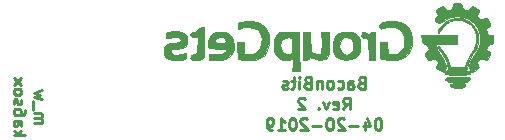
<source format=gbr>
G04 #@! TF.GenerationSoftware,KiCad,Pcbnew,(5.1.0-218-ge90452d)*
G04 #@! TF.CreationDate,2019-04-22T23:25:45-07:00*
G04 #@! TF.ProjectId,baconbits,6261636f-6e62-4697-9473-2e6b69636164,rev?*
G04 #@! TF.SameCoordinates,Original*
G04 #@! TF.FileFunction,Legend,Bot*
G04 #@! TF.FilePolarity,Positive*
%FSLAX46Y46*%
G04 Gerber Fmt 4.6, Leading zero omitted, Abs format (unit mm)*
G04 Created by KiCad (PCBNEW (5.1.0-218-ge90452d)) date 2019-04-22 23:25:45*
%MOMM*%
%LPD*%
G04 APERTURE LIST*
%ADD10C,0.250000*%
%ADD11C,0.010000*%
G04 APERTURE END LIST*
D10*
X123726919Y-106883033D02*
X124393585Y-106883033D01*
X124298347Y-106883033D02*
X124345966Y-106835414D01*
X124393585Y-106740176D01*
X124393585Y-106597319D01*
X124345966Y-106502080D01*
X124250728Y-106454461D01*
X123726919Y-106454461D01*
X124250728Y-106454461D02*
X124345966Y-106406842D01*
X124393585Y-106311604D01*
X124393585Y-106168747D01*
X124345966Y-106073509D01*
X124250728Y-106025890D01*
X123726919Y-106025890D01*
X123631680Y-105787795D02*
X123631680Y-105025890D01*
X124393585Y-104883033D02*
X123726919Y-104692557D01*
X124203109Y-104502080D01*
X123726919Y-104311604D01*
X124393585Y-104121128D01*
X121976919Y-107906842D02*
X122976919Y-107906842D01*
X122357871Y-107811604D02*
X121976919Y-107525890D01*
X122643585Y-107525890D02*
X122262633Y-107906842D01*
X121976919Y-106668747D02*
X122500728Y-106668747D01*
X122595966Y-106716366D01*
X122643585Y-106811604D01*
X122643585Y-107002080D01*
X122595966Y-107097319D01*
X122024538Y-106668747D02*
X121976919Y-106763985D01*
X121976919Y-107002080D01*
X122024538Y-107097319D01*
X122119776Y-107144938D01*
X122215014Y-107144938D01*
X122310252Y-107097319D01*
X122357871Y-107002080D01*
X122357871Y-106763985D01*
X122405490Y-106668747D01*
X122976919Y-105763985D02*
X122976919Y-105954461D01*
X122929300Y-106049700D01*
X122881680Y-106097319D01*
X122738823Y-106192557D01*
X122548347Y-106240176D01*
X122167395Y-106240176D01*
X122072157Y-106192557D01*
X122024538Y-106144938D01*
X121976919Y-106049700D01*
X121976919Y-105859223D01*
X122024538Y-105763985D01*
X122072157Y-105716366D01*
X122167395Y-105668747D01*
X122405490Y-105668747D01*
X122500728Y-105716366D01*
X122548347Y-105763985D01*
X122595966Y-105859223D01*
X122595966Y-106049700D01*
X122548347Y-106144938D01*
X122500728Y-106192557D01*
X122405490Y-106240176D01*
X122024538Y-105287795D02*
X121976919Y-105192557D01*
X121976919Y-105002080D01*
X122024538Y-104906842D01*
X122119776Y-104859223D01*
X122167395Y-104859223D01*
X122262633Y-104906842D01*
X122310252Y-105002080D01*
X122310252Y-105144938D01*
X122357871Y-105240176D01*
X122453109Y-105287795D01*
X122500728Y-105287795D01*
X122595966Y-105240176D01*
X122643585Y-105144938D01*
X122643585Y-105002080D01*
X122595966Y-104906842D01*
X121976919Y-104287795D02*
X122024538Y-104383033D01*
X122072157Y-104430652D01*
X122167395Y-104478271D01*
X122453109Y-104478271D01*
X122548347Y-104430652D01*
X122595966Y-104383033D01*
X122643585Y-104287795D01*
X122643585Y-104144938D01*
X122595966Y-104049700D01*
X122548347Y-104002080D01*
X122453109Y-103954461D01*
X122167395Y-103954461D01*
X122072157Y-104002080D01*
X122024538Y-104049700D01*
X121976919Y-104144938D01*
X121976919Y-104287795D01*
X121976919Y-103621128D02*
X122643585Y-103097319D01*
X122643585Y-103621128D02*
X121976919Y-103097319D01*
X151415357Y-103448871D02*
X151272500Y-103496490D01*
X151224880Y-103544109D01*
X151177261Y-103639347D01*
X151177261Y-103782204D01*
X151224880Y-103877442D01*
X151272500Y-103925061D01*
X151367738Y-103972680D01*
X151748690Y-103972680D01*
X151748690Y-102972680D01*
X151415357Y-102972680D01*
X151320119Y-103020300D01*
X151272500Y-103067919D01*
X151224880Y-103163157D01*
X151224880Y-103258395D01*
X151272500Y-103353633D01*
X151320119Y-103401252D01*
X151415357Y-103448871D01*
X151748690Y-103448871D01*
X150320119Y-103972680D02*
X150320119Y-103448871D01*
X150367738Y-103353633D01*
X150462976Y-103306014D01*
X150653452Y-103306014D01*
X150748690Y-103353633D01*
X150320119Y-103925061D02*
X150415357Y-103972680D01*
X150653452Y-103972680D01*
X150748690Y-103925061D01*
X150796309Y-103829823D01*
X150796309Y-103734585D01*
X150748690Y-103639347D01*
X150653452Y-103591728D01*
X150415357Y-103591728D01*
X150320119Y-103544109D01*
X149415357Y-103925061D02*
X149510595Y-103972680D01*
X149701071Y-103972680D01*
X149796309Y-103925061D01*
X149843928Y-103877442D01*
X149891547Y-103782204D01*
X149891547Y-103496490D01*
X149843928Y-103401252D01*
X149796309Y-103353633D01*
X149701071Y-103306014D01*
X149510595Y-103306014D01*
X149415357Y-103353633D01*
X148843928Y-103972680D02*
X148939166Y-103925061D01*
X148986785Y-103877442D01*
X149034404Y-103782204D01*
X149034404Y-103496490D01*
X148986785Y-103401252D01*
X148939166Y-103353633D01*
X148843928Y-103306014D01*
X148701071Y-103306014D01*
X148605833Y-103353633D01*
X148558214Y-103401252D01*
X148510595Y-103496490D01*
X148510595Y-103782204D01*
X148558214Y-103877442D01*
X148605833Y-103925061D01*
X148701071Y-103972680D01*
X148843928Y-103972680D01*
X148082023Y-103306014D02*
X148082023Y-103972680D01*
X148082023Y-103401252D02*
X148034404Y-103353633D01*
X147939166Y-103306014D01*
X147796309Y-103306014D01*
X147701071Y-103353633D01*
X147653452Y-103448871D01*
X147653452Y-103972680D01*
X146843928Y-103448871D02*
X146701071Y-103496490D01*
X146653452Y-103544109D01*
X146605833Y-103639347D01*
X146605833Y-103782204D01*
X146653452Y-103877442D01*
X146701071Y-103925061D01*
X146796309Y-103972680D01*
X147177261Y-103972680D01*
X147177261Y-102972680D01*
X146843928Y-102972680D01*
X146748690Y-103020300D01*
X146701071Y-103067919D01*
X146653452Y-103163157D01*
X146653452Y-103258395D01*
X146701071Y-103353633D01*
X146748690Y-103401252D01*
X146843928Y-103448871D01*
X147177261Y-103448871D01*
X146177261Y-103972680D02*
X146177261Y-103306014D01*
X146177261Y-102972680D02*
X146224880Y-103020300D01*
X146177261Y-103067919D01*
X146129642Y-103020300D01*
X146177261Y-102972680D01*
X146177261Y-103067919D01*
X145843928Y-103306014D02*
X145462976Y-103306014D01*
X145701071Y-102972680D02*
X145701071Y-103829823D01*
X145653452Y-103925061D01*
X145558214Y-103972680D01*
X145462976Y-103972680D01*
X145177261Y-103925061D02*
X145082023Y-103972680D01*
X144891547Y-103972680D01*
X144796309Y-103925061D01*
X144748690Y-103829823D01*
X144748690Y-103782204D01*
X144796309Y-103686966D01*
X144891547Y-103639347D01*
X145034404Y-103639347D01*
X145129642Y-103591728D01*
X145177261Y-103496490D01*
X145177261Y-103448871D01*
X145129642Y-103353633D01*
X145034404Y-103306014D01*
X144891547Y-103306014D01*
X144796309Y-103353633D01*
X149867738Y-105722680D02*
X150201071Y-105246490D01*
X150439166Y-105722680D02*
X150439166Y-104722680D01*
X150058214Y-104722680D01*
X149962976Y-104770300D01*
X149915357Y-104817919D01*
X149867738Y-104913157D01*
X149867738Y-105056014D01*
X149915357Y-105151252D01*
X149962976Y-105198871D01*
X150058214Y-105246490D01*
X150439166Y-105246490D01*
X149058214Y-105675061D02*
X149153452Y-105722680D01*
X149343928Y-105722680D01*
X149439166Y-105675061D01*
X149486785Y-105579823D01*
X149486785Y-105198871D01*
X149439166Y-105103633D01*
X149343928Y-105056014D01*
X149153452Y-105056014D01*
X149058214Y-105103633D01*
X149010595Y-105198871D01*
X149010595Y-105294109D01*
X149486785Y-105389347D01*
X148677261Y-105056014D02*
X148439166Y-105722680D01*
X148201071Y-105056014D01*
X147820119Y-105627442D02*
X147772500Y-105675061D01*
X147820119Y-105722680D01*
X147867738Y-105675061D01*
X147820119Y-105627442D01*
X147820119Y-105722680D01*
X146629642Y-104817919D02*
X146582023Y-104770300D01*
X146486785Y-104722680D01*
X146248690Y-104722680D01*
X146153452Y-104770300D01*
X146105833Y-104817919D01*
X146058214Y-104913157D01*
X146058214Y-105008395D01*
X146105833Y-105151252D01*
X146677261Y-105722680D01*
X146058214Y-105722680D01*
X152891547Y-106472680D02*
X152796309Y-106472680D01*
X152701071Y-106520300D01*
X152653452Y-106567919D01*
X152605833Y-106663157D01*
X152558214Y-106853633D01*
X152558214Y-107091728D01*
X152605833Y-107282204D01*
X152653452Y-107377442D01*
X152701071Y-107425061D01*
X152796309Y-107472680D01*
X152891547Y-107472680D01*
X152986785Y-107425061D01*
X153034404Y-107377442D01*
X153082023Y-107282204D01*
X153129642Y-107091728D01*
X153129642Y-106853633D01*
X153082023Y-106663157D01*
X153034404Y-106567919D01*
X152986785Y-106520300D01*
X152891547Y-106472680D01*
X151701071Y-106806014D02*
X151701071Y-107472680D01*
X151939166Y-106425061D02*
X152177261Y-107139347D01*
X151558214Y-107139347D01*
X151177261Y-107091728D02*
X150415357Y-107091728D01*
X149986785Y-106567919D02*
X149939166Y-106520300D01*
X149843928Y-106472680D01*
X149605833Y-106472680D01*
X149510595Y-106520300D01*
X149462976Y-106567919D01*
X149415357Y-106663157D01*
X149415357Y-106758395D01*
X149462976Y-106901252D01*
X150034404Y-107472680D01*
X149415357Y-107472680D01*
X148796309Y-106472680D02*
X148701071Y-106472680D01*
X148605833Y-106520300D01*
X148558214Y-106567919D01*
X148510595Y-106663157D01*
X148462976Y-106853633D01*
X148462976Y-107091728D01*
X148510595Y-107282204D01*
X148558214Y-107377442D01*
X148605833Y-107425061D01*
X148701071Y-107472680D01*
X148796309Y-107472680D01*
X148891547Y-107425061D01*
X148939166Y-107377442D01*
X148986785Y-107282204D01*
X149034404Y-107091728D01*
X149034404Y-106853633D01*
X148986785Y-106663157D01*
X148939166Y-106567919D01*
X148891547Y-106520300D01*
X148796309Y-106472680D01*
X148034404Y-107091728D02*
X147272500Y-107091728D01*
X146843928Y-106567919D02*
X146796309Y-106520300D01*
X146701071Y-106472680D01*
X146462976Y-106472680D01*
X146367738Y-106520300D01*
X146320119Y-106567919D01*
X146272500Y-106663157D01*
X146272500Y-106758395D01*
X146320119Y-106901252D01*
X146891547Y-107472680D01*
X146272500Y-107472680D01*
X145653452Y-106472680D02*
X145558214Y-106472680D01*
X145462976Y-106520300D01*
X145415357Y-106567919D01*
X145367738Y-106663157D01*
X145320119Y-106853633D01*
X145320119Y-107091728D01*
X145367738Y-107282204D01*
X145415357Y-107377442D01*
X145462976Y-107425061D01*
X145558214Y-107472680D01*
X145653452Y-107472680D01*
X145748690Y-107425061D01*
X145796309Y-107377442D01*
X145843928Y-107282204D01*
X145891547Y-107091728D01*
X145891547Y-106853633D01*
X145843928Y-106663157D01*
X145796309Y-106567919D01*
X145748690Y-106520300D01*
X145653452Y-106472680D01*
X144367738Y-107472680D02*
X144939166Y-107472680D01*
X144653452Y-107472680D02*
X144653452Y-106472680D01*
X144748690Y-106615538D01*
X144843928Y-106710776D01*
X144939166Y-106758395D01*
X143891547Y-107472680D02*
X143701071Y-107472680D01*
X143605833Y-107425061D01*
X143558214Y-107377442D01*
X143462976Y-107234585D01*
X143415357Y-107044109D01*
X143415357Y-106663157D01*
X143462976Y-106567919D01*
X143510595Y-106520300D01*
X143605833Y-106472680D01*
X143796309Y-106472680D01*
X143891547Y-106520300D01*
X143939166Y-106567919D01*
X143986785Y-106663157D01*
X143986785Y-106901252D01*
X143939166Y-106996490D01*
X143891547Y-107044109D01*
X143796309Y-107091728D01*
X143605833Y-107091728D01*
X143510595Y-107044109D01*
X143462976Y-106996490D01*
X143415357Y-106901252D01*
D11*
G36*
X137734609Y-98796517D02*
G01*
X137638366Y-98945700D01*
X137544661Y-99095165D01*
X137379145Y-99152344D01*
X137259462Y-99157367D01*
X137058160Y-99172920D01*
X136975366Y-99243088D01*
X136961033Y-99369033D01*
X136982830Y-99511582D01*
X137081320Y-99570381D01*
X137260791Y-99580700D01*
X137560548Y-99580700D01*
X137511366Y-100977700D01*
X137236200Y-101058709D01*
X137034439Y-101152035D01*
X136963077Y-101293032D01*
X136961033Y-101333875D01*
X136975959Y-101445764D01*
X137048284Y-101503778D01*
X137219325Y-101525326D01*
X137421899Y-101528033D01*
X137710021Y-101515147D01*
X137884503Y-101464949D01*
X137999853Y-101360135D01*
X138014566Y-101339861D01*
X138069641Y-101225304D01*
X138107767Y-101047291D01*
X138131530Y-100778431D01*
X138143513Y-100391333D01*
X138146366Y-99942861D01*
X138146366Y-98734033D01*
X137932604Y-98734033D01*
X137734609Y-98796517D01*
G37*
X137734609Y-98796517D02*
X137638366Y-98945700D01*
X137544661Y-99095165D01*
X137379145Y-99152344D01*
X137259462Y-99157367D01*
X137058160Y-99172920D01*
X136975366Y-99243088D01*
X136961033Y-99369033D01*
X136982830Y-99511582D01*
X137081320Y-99570381D01*
X137260791Y-99580700D01*
X137560548Y-99580700D01*
X137511366Y-100977700D01*
X137236200Y-101058709D01*
X137034439Y-101152035D01*
X136963077Y-101293032D01*
X136961033Y-101333875D01*
X136975959Y-101445764D01*
X137048284Y-101503778D01*
X137219325Y-101525326D01*
X137421899Y-101528033D01*
X137710021Y-101515147D01*
X137884503Y-101464949D01*
X137999853Y-101360135D01*
X138014566Y-101339861D01*
X138069641Y-101225304D01*
X138107767Y-101047291D01*
X138131530Y-100778431D01*
X138143513Y-100391333D01*
X138146366Y-99942861D01*
X138146366Y-98734033D01*
X137932604Y-98734033D01*
X137734609Y-98796517D01*
G36*
X139134409Y-99193310D02*
G01*
X138847924Y-99295340D01*
X138794822Y-99331242D01*
X138596773Y-99572937D01*
X138457536Y-99903744D01*
X138406271Y-100246059D01*
X138413358Y-100346421D01*
X138435090Y-100443848D01*
X138489097Y-100506193D01*
X138608600Y-100542890D01*
X138826819Y-100563376D01*
X139176973Y-100577084D01*
X139231449Y-100578784D01*
X139602498Y-100593761D01*
X139833733Y-100615160D01*
X139954672Y-100649550D01*
X139994836Y-100703500D01*
X139992417Y-100748118D01*
X139886645Y-100887366D01*
X139656999Y-100992727D01*
X139347634Y-101051283D01*
X139002705Y-101050115D01*
X138971866Y-101046693D01*
X138569700Y-100998218D01*
X138569700Y-101528033D01*
X139183533Y-101524719D01*
X139532784Y-101506685D01*
X139852146Y-101462685D01*
X140067054Y-101404110D01*
X140333799Y-101204436D01*
X140518566Y-100900229D01*
X140619325Y-100533064D01*
X140634050Y-100144515D01*
X140598609Y-99966501D01*
X140009033Y-99966501D01*
X139965362Y-100038217D01*
X139814632Y-100076563D01*
X139527263Y-100088653D01*
X139501033Y-100088700D01*
X139230443Y-100075847D01*
X139046993Y-100042269D01*
X138993033Y-100004033D01*
X139059614Y-99861787D01*
X139215606Y-99708237D01*
X139395385Y-99600175D01*
X139482194Y-99580700D01*
X139679943Y-99632682D01*
X139872309Y-99756922D01*
X139994349Y-99905861D01*
X140009033Y-99966501D01*
X140598609Y-99966501D01*
X140560712Y-99776159D01*
X140397282Y-99469570D01*
X140170645Y-99280374D01*
X139862694Y-99183353D01*
X139494974Y-99155157D01*
X139134409Y-99193310D01*
G37*
X139134409Y-99193310D02*
X138847924Y-99295340D01*
X138794822Y-99331242D01*
X138596773Y-99572937D01*
X138457536Y-99903744D01*
X138406271Y-100246059D01*
X138413358Y-100346421D01*
X138435090Y-100443848D01*
X138489097Y-100506193D01*
X138608600Y-100542890D01*
X138826819Y-100563376D01*
X139176973Y-100577084D01*
X139231449Y-100578784D01*
X139602498Y-100593761D01*
X139833733Y-100615160D01*
X139954672Y-100649550D01*
X139994836Y-100703500D01*
X139992417Y-100748118D01*
X139886645Y-100887366D01*
X139656999Y-100992727D01*
X139347634Y-101051283D01*
X139002705Y-101050115D01*
X138971866Y-101046693D01*
X138569700Y-100998218D01*
X138569700Y-101528033D01*
X139183533Y-101524719D01*
X139532784Y-101506685D01*
X139852146Y-101462685D01*
X140067054Y-101404110D01*
X140333799Y-101204436D01*
X140518566Y-100900229D01*
X140619325Y-100533064D01*
X140634050Y-100144515D01*
X140598609Y-99966501D01*
X140009033Y-99966501D01*
X139965362Y-100038217D01*
X139814632Y-100076563D01*
X139527263Y-100088653D01*
X139501033Y-100088700D01*
X139230443Y-100075847D01*
X139046993Y-100042269D01*
X138993033Y-100004033D01*
X139059614Y-99861787D01*
X139215606Y-99708237D01*
X139395385Y-99600175D01*
X139482194Y-99580700D01*
X139679943Y-99632682D01*
X139872309Y-99756922D01*
X139994349Y-99905861D01*
X140009033Y-99966501D01*
X140598609Y-99966501D01*
X140560712Y-99776159D01*
X140397282Y-99469570D01*
X140170645Y-99280374D01*
X139862694Y-99183353D01*
X139494974Y-99155157D01*
X139134409Y-99193310D01*
G36*
X148058740Y-99996298D02*
G01*
X148058877Y-100362762D01*
X148048554Y-100668323D01*
X148029726Y-100871519D01*
X148014814Y-100927631D01*
X147887081Y-100997381D01*
X147668032Y-101016764D01*
X147428165Y-100985323D01*
X147284800Y-100932388D01*
X147209195Y-100874106D01*
X147160992Y-100774367D01*
X147134227Y-100599251D01*
X147122936Y-100314837D01*
X147121033Y-100001054D01*
X147121033Y-99157367D01*
X146528366Y-99157367D01*
X146528366Y-101528033D01*
X146782366Y-101528033D01*
X146984019Y-101490169D01*
X147036366Y-101401033D01*
X147045604Y-101303804D01*
X147101550Y-101286839D01*
X147246556Y-101350067D01*
X147344189Y-101400512D01*
X147618952Y-101491198D01*
X147938543Y-101523555D01*
X148232584Y-101496155D01*
X148413372Y-101422200D01*
X148553719Y-101262176D01*
X148649405Y-101015549D01*
X148705889Y-100657742D01*
X148728634Y-100164179D01*
X148729700Y-99998521D01*
X148729700Y-99157367D01*
X148045557Y-99157367D01*
X148058740Y-99996298D01*
G37*
X148058740Y-99996298D02*
X148058877Y-100362762D01*
X148048554Y-100668323D01*
X148029726Y-100871519D01*
X148014814Y-100927631D01*
X147887081Y-100997381D01*
X147668032Y-101016764D01*
X147428165Y-100985323D01*
X147284800Y-100932388D01*
X147209195Y-100874106D01*
X147160992Y-100774367D01*
X147134227Y-100599251D01*
X147122936Y-100314837D01*
X147121033Y-100001054D01*
X147121033Y-99157367D01*
X146528366Y-99157367D01*
X146528366Y-101528033D01*
X146782366Y-101528033D01*
X146984019Y-101490169D01*
X147036366Y-101401033D01*
X147045604Y-101303804D01*
X147101550Y-101286839D01*
X147246556Y-101350067D01*
X147344189Y-101400512D01*
X147618952Y-101491198D01*
X147938543Y-101523555D01*
X148232584Y-101496155D01*
X148413372Y-101422200D01*
X148553719Y-101262176D01*
X148649405Y-101015549D01*
X148705889Y-100657742D01*
X148728634Y-100164179D01*
X148729700Y-99998521D01*
X148729700Y-99157367D01*
X148045557Y-99157367D01*
X148058740Y-99996298D01*
G36*
X149827084Y-99176104D02*
G01*
X149539584Y-99239923D01*
X149278678Y-99425138D01*
X149090973Y-99736445D01*
X148993731Y-100140108D01*
X148984016Y-100325738D01*
X149041018Y-100808373D01*
X149212133Y-101168294D01*
X149488928Y-101399600D01*
X149781689Y-101488555D01*
X150154005Y-101520141D01*
X150529831Y-101494585D01*
X150833122Y-101412115D01*
X150866469Y-101395497D01*
X151138486Y-101154108D01*
X151302800Y-100789215D01*
X151345966Y-100415430D01*
X150761530Y-100415430D01*
X150687000Y-100707035D01*
X150553882Y-100896882D01*
X150361737Y-101040034D01*
X150178502Y-101104421D01*
X150169033Y-101104700D01*
X149989575Y-101047187D01*
X149795211Y-100907670D01*
X149784185Y-100896882D01*
X149623659Y-100641336D01*
X149574221Y-100343631D01*
X149623384Y-100046470D01*
X149758663Y-99792556D01*
X149967569Y-99624594D01*
X150169033Y-99580700D01*
X150425777Y-99654222D01*
X150618433Y-99846320D01*
X150734512Y-100114290D01*
X150761530Y-100415430D01*
X151345966Y-100415430D01*
X151354366Y-100342700D01*
X151295837Y-99869176D01*
X151122292Y-99512652D01*
X150849138Y-99285800D01*
X150567041Y-99199019D01*
X150200302Y-99161541D01*
X149827084Y-99176104D01*
G37*
X149827084Y-99176104D02*
X149539584Y-99239923D01*
X149278678Y-99425138D01*
X149090973Y-99736445D01*
X148993731Y-100140108D01*
X148984016Y-100325738D01*
X149041018Y-100808373D01*
X149212133Y-101168294D01*
X149488928Y-101399600D01*
X149781689Y-101488555D01*
X150154005Y-101520141D01*
X150529831Y-101494585D01*
X150833122Y-101412115D01*
X150866469Y-101395497D01*
X151138486Y-101154108D01*
X151302800Y-100789215D01*
X151345966Y-100415430D01*
X150761530Y-100415430D01*
X150687000Y-100707035D01*
X150553882Y-100896882D01*
X150361737Y-101040034D01*
X150178502Y-101104421D01*
X150169033Y-101104700D01*
X149989575Y-101047187D01*
X149795211Y-100907670D01*
X149784185Y-100896882D01*
X149623659Y-100641336D01*
X149574221Y-100343631D01*
X149623384Y-100046470D01*
X149758663Y-99792556D01*
X149967569Y-99624594D01*
X150169033Y-99580700D01*
X150425777Y-99654222D01*
X150618433Y-99846320D01*
X150734512Y-100114290D01*
X150761530Y-100415430D01*
X151345966Y-100415430D01*
X151354366Y-100342700D01*
X151295837Y-99869176D01*
X151122292Y-99512652D01*
X150849138Y-99285800D01*
X150567041Y-99199019D01*
X150200302Y-99161541D01*
X149827084Y-99176104D01*
G36*
X152229916Y-99201766D02*
G01*
X152147451Y-99283150D01*
X152093940Y-99363512D01*
X151997620Y-99335008D01*
X151919603Y-99283150D01*
X151681215Y-99164001D01*
X151517054Y-99183203D01*
X151442089Y-99337307D01*
X151439033Y-99393858D01*
X151471060Y-99570371D01*
X151599515Y-99671666D01*
X151714200Y-99711358D01*
X151989366Y-99792367D01*
X152037624Y-101528033D01*
X152624366Y-101528033D01*
X152624366Y-99157367D01*
X152410043Y-99157367D01*
X152229916Y-99201766D01*
G37*
X152229916Y-99201766D02*
X152147451Y-99283150D01*
X152093940Y-99363512D01*
X151997620Y-99335008D01*
X151919603Y-99283150D01*
X151681215Y-99164001D01*
X151517054Y-99183203D01*
X151442089Y-99337307D01*
X151439033Y-99393858D01*
X151471060Y-99570371D01*
X151599515Y-99671666D01*
X151714200Y-99711358D01*
X151989366Y-99792367D01*
X152037624Y-101528033D01*
X152624366Y-101528033D01*
X152624366Y-99157367D01*
X152410043Y-99157367D01*
X152229916Y-99201766D01*
G36*
X135225366Y-99141099D02*
G01*
X135004761Y-99195576D01*
X134901029Y-99284404D01*
X134862188Y-99454639D01*
X134860502Y-99471373D01*
X134851917Y-99650308D01*
X134905562Y-99706520D01*
X135067199Y-99674230D01*
X135113943Y-99660899D01*
X135521279Y-99587867D01*
X135867327Y-99610351D01*
X136073822Y-99698538D01*
X136176572Y-99833375D01*
X136131534Y-99956195D01*
X135960094Y-100047594D01*
X135683635Y-100088168D01*
X135643845Y-100088700D01*
X135214172Y-100130633D01*
X134921696Y-100259670D01*
X134755596Y-100480661D01*
X134752565Y-100488467D01*
X134699884Y-100793285D01*
X134747977Y-101097031D01*
X134882418Y-101334840D01*
X134954157Y-101395076D01*
X135180327Y-101485762D01*
X135496123Y-101551027D01*
X135822390Y-101579168D01*
X136072033Y-101560380D01*
X136299908Y-101509408D01*
X136431866Y-101480790D01*
X136572549Y-101407958D01*
X136620839Y-101238871D01*
X136622366Y-101178695D01*
X136605706Y-101001817D01*
X136538699Y-100957442D01*
X136474200Y-100975615D01*
X136305062Y-101018660D01*
X136043634Y-101061775D01*
X135900137Y-101079265D01*
X135566309Y-101078427D01*
X135360382Y-100996691D01*
X135293885Y-100840883D01*
X135317631Y-100734431D01*
X135401612Y-100647078D01*
X135590577Y-100604798D01*
X135815674Y-100596700D01*
X136232067Y-100551162D01*
X136513181Y-100409709D01*
X136668003Y-100165084D01*
X136707033Y-99877033D01*
X136682401Y-99606252D01*
X136589792Y-99428836D01*
X136496359Y-99342607D01*
X136203065Y-99197256D01*
X135811180Y-99119776D01*
X135381097Y-99119743D01*
X135225366Y-99141099D01*
G37*
X135225366Y-99141099D02*
X135004761Y-99195576D01*
X134901029Y-99284404D01*
X134862188Y-99454639D01*
X134860502Y-99471373D01*
X134851917Y-99650308D01*
X134905562Y-99706520D01*
X135067199Y-99674230D01*
X135113943Y-99660899D01*
X135521279Y-99587867D01*
X135867327Y-99610351D01*
X136073822Y-99698538D01*
X136176572Y-99833375D01*
X136131534Y-99956195D01*
X135960094Y-100047594D01*
X135683635Y-100088168D01*
X135643845Y-100088700D01*
X135214172Y-100130633D01*
X134921696Y-100259670D01*
X134755596Y-100480661D01*
X134752565Y-100488467D01*
X134699884Y-100793285D01*
X134747977Y-101097031D01*
X134882418Y-101334840D01*
X134954157Y-101395076D01*
X135180327Y-101485762D01*
X135496123Y-101551027D01*
X135822390Y-101579168D01*
X136072033Y-101560380D01*
X136299908Y-101509408D01*
X136431866Y-101480790D01*
X136572549Y-101407958D01*
X136620839Y-101238871D01*
X136622366Y-101178695D01*
X136605706Y-101001817D01*
X136538699Y-100957442D01*
X136474200Y-100975615D01*
X136305062Y-101018660D01*
X136043634Y-101061775D01*
X135900137Y-101079265D01*
X135566309Y-101078427D01*
X135360382Y-100996691D01*
X135293885Y-100840883D01*
X135317631Y-100734431D01*
X135401612Y-100647078D01*
X135590577Y-100604798D01*
X135815674Y-100596700D01*
X136232067Y-100551162D01*
X136513181Y-100409709D01*
X136668003Y-100165084D01*
X136707033Y-99877033D01*
X136682401Y-99606252D01*
X136589792Y-99428836D01*
X136496359Y-99342607D01*
X136203065Y-99197256D01*
X135811180Y-99119776D01*
X135381097Y-99119743D01*
X135225366Y-99141099D01*
G36*
X141279033Y-98285483D02*
G01*
X141074007Y-98362338D01*
X140982384Y-98487693D01*
X140955315Y-98644522D01*
X140952809Y-98833898D01*
X141005240Y-98889747D01*
X141050324Y-98879289D01*
X141440459Y-98783224D01*
X141861895Y-98765523D01*
X142263212Y-98820543D01*
X142592990Y-98942645D01*
X142754893Y-99066283D01*
X142936813Y-99383486D01*
X143007102Y-99771604D01*
X142969402Y-100177515D01*
X142827358Y-100548096D01*
X142636859Y-100787200D01*
X142425875Y-100939970D01*
X142194526Y-101007853D01*
X141955031Y-101020033D01*
X141533033Y-101020033D01*
X141533033Y-100004033D01*
X140940366Y-100004033D01*
X140940366Y-100717994D01*
X140945255Y-101074133D01*
X140964375Y-101295202D01*
X141004410Y-101415297D01*
X141072044Y-101468515D01*
X141088533Y-101473870D01*
X141397069Y-101531065D01*
X141778377Y-101561820D01*
X142148506Y-101562109D01*
X142387736Y-101536193D01*
X142872347Y-101374653D01*
X143232162Y-101107341D01*
X143474741Y-100724935D01*
X143607642Y-100218112D01*
X143630045Y-100004064D01*
X143614497Y-99448023D01*
X143476945Y-99003935D01*
X143213101Y-98662025D01*
X142963366Y-98485148D01*
X142597052Y-98342871D01*
X142143315Y-98256406D01*
X141677445Y-98234678D01*
X141279033Y-98285483D01*
G37*
X141279033Y-98285483D02*
X141074007Y-98362338D01*
X140982384Y-98487693D01*
X140955315Y-98644522D01*
X140952809Y-98833898D01*
X141005240Y-98889747D01*
X141050324Y-98879289D01*
X141440459Y-98783224D01*
X141861895Y-98765523D01*
X142263212Y-98820543D01*
X142592990Y-98942645D01*
X142754893Y-99066283D01*
X142936813Y-99383486D01*
X143007102Y-99771604D01*
X142969402Y-100177515D01*
X142827358Y-100548096D01*
X142636859Y-100787200D01*
X142425875Y-100939970D01*
X142194526Y-101007853D01*
X141955031Y-101020033D01*
X141533033Y-101020033D01*
X141533033Y-100004033D01*
X140940366Y-100004033D01*
X140940366Y-100717994D01*
X140945255Y-101074133D01*
X140964375Y-101295202D01*
X141004410Y-101415297D01*
X141072044Y-101468515D01*
X141088533Y-101473870D01*
X141397069Y-101531065D01*
X141778377Y-101561820D01*
X142148506Y-101562109D01*
X142387736Y-101536193D01*
X142872347Y-101374653D01*
X143232162Y-101107341D01*
X143474741Y-100724935D01*
X143607642Y-100218112D01*
X143630045Y-100004064D01*
X143614497Y-99448023D01*
X143476945Y-99003935D01*
X143213101Y-98662025D01*
X142963366Y-98485148D01*
X142597052Y-98342871D01*
X142143315Y-98256406D01*
X141677445Y-98234678D01*
X141279033Y-98285483D01*
G36*
X153641108Y-98248547D02*
G01*
X153280533Y-98315152D01*
X153071069Y-98390923D01*
X152981234Y-98494829D01*
X152963033Y-98663221D01*
X152978623Y-98840287D01*
X153050290Y-98889551D01*
X153153533Y-98869761D01*
X153745860Y-98754302D01*
X154234263Y-98766827D01*
X154615167Y-98905332D01*
X154884998Y-99167814D01*
X155040181Y-99552271D01*
X155079383Y-99949000D01*
X155069553Y-100244059D01*
X155022668Y-100439321D01*
X154913346Y-100603919D01*
X154791833Y-100732167D01*
X154588450Y-100911194D01*
X154397643Y-100995908D01*
X154136528Y-101019659D01*
X154076392Y-101020033D01*
X153648817Y-101020033D01*
X153598033Y-100046367D01*
X153005366Y-100046367D01*
X152980725Y-100697695D01*
X152973520Y-101037193D01*
X152987947Y-101246483D01*
X153030696Y-101364029D01*
X153107725Y-101427915D01*
X153325509Y-101494839D01*
X153646115Y-101541933D01*
X154003672Y-101564079D01*
X154332310Y-101556158D01*
X154487033Y-101535089D01*
X154959700Y-101384398D01*
X155303945Y-101143175D01*
X155541564Y-100789179D01*
X155693563Y-100303951D01*
X155742096Y-99750729D01*
X155653914Y-99254049D01*
X155439815Y-98835087D01*
X155110593Y-98515018D01*
X154679847Y-98315791D01*
X154179416Y-98236935D01*
X153641108Y-98248547D01*
G37*
X153641108Y-98248547D02*
X153280533Y-98315152D01*
X153071069Y-98390923D01*
X152981234Y-98494829D01*
X152963033Y-98663221D01*
X152978623Y-98840287D01*
X153050290Y-98889551D01*
X153153533Y-98869761D01*
X153745860Y-98754302D01*
X154234263Y-98766827D01*
X154615167Y-98905332D01*
X154884998Y-99167814D01*
X155040181Y-99552271D01*
X155079383Y-99949000D01*
X155069553Y-100244059D01*
X155022668Y-100439321D01*
X154913346Y-100603919D01*
X154791833Y-100732167D01*
X154588450Y-100911194D01*
X154397643Y-100995908D01*
X154136528Y-101019659D01*
X154076392Y-101020033D01*
X153648817Y-101020033D01*
X153598033Y-100046367D01*
X153005366Y-100046367D01*
X152980725Y-100697695D01*
X152973520Y-101037193D01*
X152987947Y-101246483D01*
X153030696Y-101364029D01*
X153107725Y-101427915D01*
X153325509Y-101494839D01*
X153646115Y-101541933D01*
X154003672Y-101564079D01*
X154332310Y-101556158D01*
X154487033Y-101535089D01*
X154959700Y-101384398D01*
X155303945Y-101143175D01*
X155541564Y-100789179D01*
X155693563Y-100303951D01*
X155742096Y-99750729D01*
X155653914Y-99254049D01*
X155439815Y-98835087D01*
X155110593Y-98515018D01*
X154679847Y-98315791D01*
X154179416Y-98236935D01*
X153641108Y-98248547D01*
G36*
X158979530Y-98079321D02*
G01*
X158534640Y-98317809D01*
X158417394Y-98412553D01*
X158210306Y-98624317D01*
X158037209Y-98853665D01*
X157924179Y-99059033D01*
X157897290Y-99198856D01*
X157909790Y-99221679D01*
X157980403Y-99238201D01*
X157983055Y-99234978D01*
X158039357Y-99148922D01*
X158155065Y-98969314D01*
X158231468Y-98850124D01*
X158551754Y-98491969D01*
X158951076Y-98260618D01*
X159396852Y-98155539D01*
X159856500Y-98176198D01*
X160297438Y-98322061D01*
X160687081Y-98592597D01*
X160937389Y-98894401D01*
X161075994Y-99130947D01*
X161146987Y-99334403D01*
X161167264Y-99577056D01*
X161158682Y-99841177D01*
X161134206Y-100142047D01*
X161082050Y-100367615D01*
X160977564Y-100581192D01*
X160796099Y-100846091D01*
X160735418Y-100928288D01*
X160501720Y-101281947D01*
X160340720Y-101605735D01*
X160285414Y-101789644D01*
X160229482Y-102120700D01*
X158891701Y-102120700D01*
X158838570Y-101788436D01*
X158743251Y-101503638D01*
X158551690Y-101158808D01*
X158415126Y-100962936D01*
X158234184Y-100713944D01*
X158101999Y-100516828D01*
X158044561Y-100410568D01*
X158043923Y-100406200D01*
X157977923Y-100344417D01*
X157958366Y-100342700D01*
X157886349Y-100371600D01*
X157899935Y-100470501D01*
X158007352Y-100657704D01*
X158216831Y-100951510D01*
X158255080Y-101002603D01*
X158511147Y-101387997D01*
X158652665Y-101721694D01*
X158689922Y-101899992D01*
X158743383Y-102290033D01*
X160390683Y-102290033D01*
X160444780Y-101895357D01*
X160553970Y-101516294D01*
X160790601Y-101123623D01*
X160831415Y-101069648D01*
X161095265Y-100696249D01*
X161253666Y-100378398D01*
X161328587Y-100060115D01*
X161343174Y-99765688D01*
X161266881Y-99248917D01*
X161060381Y-98804175D01*
X160749525Y-98443416D01*
X160360161Y-98178596D01*
X159918141Y-98021670D01*
X159449314Y-97984593D01*
X158979530Y-98079321D01*
G37*
X158979530Y-98079321D02*
X158534640Y-98317809D01*
X158417394Y-98412553D01*
X158210306Y-98624317D01*
X158037209Y-98853665D01*
X157924179Y-99059033D01*
X157897290Y-99198856D01*
X157909790Y-99221679D01*
X157980403Y-99238201D01*
X157983055Y-99234978D01*
X158039357Y-99148922D01*
X158155065Y-98969314D01*
X158231468Y-98850124D01*
X158551754Y-98491969D01*
X158951076Y-98260618D01*
X159396852Y-98155539D01*
X159856500Y-98176198D01*
X160297438Y-98322061D01*
X160687081Y-98592597D01*
X160937389Y-98894401D01*
X161075994Y-99130947D01*
X161146987Y-99334403D01*
X161167264Y-99577056D01*
X161158682Y-99841177D01*
X161134206Y-100142047D01*
X161082050Y-100367615D01*
X160977564Y-100581192D01*
X160796099Y-100846091D01*
X160735418Y-100928288D01*
X160501720Y-101281947D01*
X160340720Y-101605735D01*
X160285414Y-101789644D01*
X160229482Y-102120700D01*
X158891701Y-102120700D01*
X158838570Y-101788436D01*
X158743251Y-101503638D01*
X158551690Y-101158808D01*
X158415126Y-100962936D01*
X158234184Y-100713944D01*
X158101999Y-100516828D01*
X158044561Y-100410568D01*
X158043923Y-100406200D01*
X157977923Y-100344417D01*
X157958366Y-100342700D01*
X157886349Y-100371600D01*
X157899935Y-100470501D01*
X158007352Y-100657704D01*
X158216831Y-100951510D01*
X158255080Y-101002603D01*
X158511147Y-101387997D01*
X158652665Y-101721694D01*
X158689922Y-101899992D01*
X158743383Y-102290033D01*
X160390683Y-102290033D01*
X160444780Y-101895357D01*
X160553970Y-101516294D01*
X160790601Y-101123623D01*
X160831415Y-101069648D01*
X161095265Y-100696249D01*
X161253666Y-100378398D01*
X161328587Y-100060115D01*
X161343174Y-99765688D01*
X161266881Y-99248917D01*
X161060381Y-98804175D01*
X160749525Y-98443416D01*
X160360161Y-98178596D01*
X159918141Y-98021670D01*
X159449314Y-97984593D01*
X158979530Y-98079321D01*
G36*
X144235236Y-99476202D02*
G01*
X144094618Y-99655660D01*
X144020169Y-99833537D01*
X143991856Y-100075180D01*
X143988683Y-100280536D01*
X144039034Y-100781961D01*
X144192399Y-101150255D01*
X144453271Y-101390010D01*
X144826142Y-101505816D01*
X145194919Y-101513240D01*
X145597138Y-101485700D01*
X145597086Y-101972533D01*
X145597033Y-102459367D01*
X146193356Y-102459367D01*
X146170361Y-100829533D01*
X146162696Y-100286255D01*
X145597033Y-100286255D01*
X145589833Y-100595968D01*
X145570847Y-100835922D01*
X145543998Y-100959052D01*
X145540589Y-100963589D01*
X145426060Y-101000377D01*
X145215118Y-101019338D01*
X145164390Y-101020033D01*
X144897334Y-100981851D01*
X144726902Y-100851097D01*
X144712834Y-100831861D01*
X144590229Y-100547914D01*
X144575725Y-100242968D01*
X144656346Y-99962201D01*
X144819114Y-99750793D01*
X145051051Y-99653920D01*
X145051208Y-99653905D01*
X145320835Y-99636399D01*
X145482832Y-99667059D01*
X145564596Y-99777624D01*
X145593523Y-99999833D01*
X145597033Y-100286255D01*
X146162696Y-100286255D01*
X146147366Y-99199700D01*
X144482105Y-99199700D01*
X144235236Y-99476202D01*
G37*
X144235236Y-99476202D02*
X144094618Y-99655660D01*
X144020169Y-99833537D01*
X143991856Y-100075180D01*
X143988683Y-100280536D01*
X144039034Y-100781961D01*
X144192399Y-101150255D01*
X144453271Y-101390010D01*
X144826142Y-101505816D01*
X145194919Y-101513240D01*
X145597138Y-101485700D01*
X145597086Y-101972533D01*
X145597033Y-102459367D01*
X146193356Y-102459367D01*
X146170361Y-100829533D01*
X146162696Y-100286255D01*
X145597033Y-100286255D01*
X145589833Y-100595968D01*
X145570847Y-100835922D01*
X145543998Y-100959052D01*
X145540589Y-100963589D01*
X145426060Y-101000377D01*
X145215118Y-101019338D01*
X145164390Y-101020033D01*
X144897334Y-100981851D01*
X144726902Y-100851097D01*
X144712834Y-100831861D01*
X144590229Y-100547914D01*
X144575725Y-100242968D01*
X144656346Y-99962201D01*
X144819114Y-99750793D01*
X145051051Y-99653920D01*
X145051208Y-99653905D01*
X145320835Y-99636399D01*
X145482832Y-99667059D01*
X145564596Y-99777624D01*
X145593523Y-99999833D01*
X145597033Y-100286255D01*
X146162696Y-100286255D01*
X146147366Y-99199700D01*
X144482105Y-99199700D01*
X144235236Y-99476202D01*
G36*
X156535332Y-99771200D02*
G01*
X156564620Y-100001307D01*
X156630009Y-100112279D01*
X156764293Y-100154281D01*
X156787658Y-100157192D01*
X156986966Y-100239308D01*
X157101018Y-100433119D01*
X157145141Y-100621325D01*
X157086357Y-100740145D01*
X156980561Y-100818864D01*
X156833687Y-100925420D01*
X156787727Y-101021670D01*
X156838660Y-101163013D01*
X156942742Y-101339677D01*
X157060582Y-101515770D01*
X157156971Y-101568639D01*
X157295244Y-101521644D01*
X157354451Y-101491517D01*
X157531267Y-101416276D01*
X157652069Y-101441813D01*
X157789526Y-101570891D01*
X157914544Y-101721287D01*
X157928134Y-101834648D01*
X157841188Y-101990592D01*
X157758287Y-102135318D01*
X157772579Y-102228723D01*
X157905011Y-102329759D01*
X157977554Y-102374424D01*
X158232567Y-102508454D01*
X158391967Y-102530581D01*
X158485417Y-102442833D01*
X158499641Y-102410108D01*
X158555151Y-102033607D01*
X158445362Y-101628162D01*
X158252944Y-101304445D01*
X158054001Y-101009682D01*
X157871111Y-100705618D01*
X157791208Y-100554367D01*
X157627562Y-100215700D01*
X158597298Y-100191846D01*
X159567033Y-100167993D01*
X159567033Y-99411367D01*
X158038165Y-99411367D01*
X156509297Y-99411366D01*
X156535332Y-99771200D01*
G37*
X156535332Y-99771200D02*
X156564620Y-100001307D01*
X156630009Y-100112279D01*
X156764293Y-100154281D01*
X156787658Y-100157192D01*
X156986966Y-100239308D01*
X157101018Y-100433119D01*
X157145141Y-100621325D01*
X157086357Y-100740145D01*
X156980561Y-100818864D01*
X156833687Y-100925420D01*
X156787727Y-101021670D01*
X156838660Y-101163013D01*
X156942742Y-101339677D01*
X157060582Y-101515770D01*
X157156971Y-101568639D01*
X157295244Y-101521644D01*
X157354451Y-101491517D01*
X157531267Y-101416276D01*
X157652069Y-101441813D01*
X157789526Y-101570891D01*
X157914544Y-101721287D01*
X157928134Y-101834648D01*
X157841188Y-101990592D01*
X157758287Y-102135318D01*
X157772579Y-102228723D01*
X157905011Y-102329759D01*
X157977554Y-102374424D01*
X158232567Y-102508454D01*
X158391967Y-102530581D01*
X158485417Y-102442833D01*
X158499641Y-102410108D01*
X158555151Y-102033607D01*
X158445362Y-101628162D01*
X158252944Y-101304445D01*
X158054001Y-101009682D01*
X157871111Y-100705618D01*
X157791208Y-100554367D01*
X157627562Y-100215700D01*
X158597298Y-100191846D01*
X159567033Y-100167993D01*
X159567033Y-99411367D01*
X158038165Y-99411367D01*
X156509297Y-99411366D01*
X156535332Y-99771200D01*
G36*
X159331676Y-96752404D02*
G01*
X159216309Y-96798003D01*
X159171673Y-96913391D01*
X159160171Y-97010561D01*
X159108237Y-97211788D01*
X158973985Y-97305824D01*
X158906171Y-97322777D01*
X158702744Y-97318835D01*
X158540786Y-97185604D01*
X158522056Y-97161389D01*
X158366079Y-96953978D01*
X158039785Y-97137365D01*
X157841165Y-97257119D01*
X157766105Y-97348320D01*
X157788904Y-97462383D01*
X157832787Y-97551447D01*
X157904710Y-97726280D01*
X157873834Y-97842253D01*
X157785892Y-97932543D01*
X157647341Y-98085047D01*
X157652261Y-98199644D01*
X157805697Y-98328315D01*
X157825586Y-98341460D01*
X157948856Y-98410045D01*
X158060181Y-98416964D01*
X158208940Y-98350367D01*
X158444514Y-98198401D01*
X158457180Y-98189882D01*
X158978661Y-97929518D01*
X159512021Y-97827135D01*
X160032684Y-97876539D01*
X160516070Y-98071535D01*
X160937601Y-98405931D01*
X161272697Y-98873531D01*
X161288325Y-98903367D01*
X161428345Y-99206532D01*
X161492062Y-99459517D01*
X161498057Y-99752392D01*
X161489966Y-99880859D01*
X161452732Y-100195965D01*
X161379647Y-100467010D01*
X161249999Y-100742183D01*
X161043078Y-101069675D01*
X160878161Y-101304445D01*
X160646196Y-101729920D01*
X160577476Y-102129413D01*
X160634425Y-102410108D01*
X160717651Y-102521020D01*
X160860502Y-102522488D01*
X161092643Y-102412486D01*
X161156512Y-102374424D01*
X161332164Y-102258083D01*
X161382822Y-102168671D01*
X161329429Y-102047235D01*
X161292878Y-101990592D01*
X161205671Y-101833820D01*
X161219985Y-101720481D01*
X161344540Y-101570891D01*
X161489568Y-101436934D01*
X161611405Y-101418204D01*
X161779615Y-101491517D01*
X161942841Y-101563951D01*
X162045158Y-101543537D01*
X162149899Y-101406917D01*
X162191324Y-101339677D01*
X162314867Y-101124922D01*
X162344647Y-100998368D01*
X162276643Y-100904614D01*
X162153506Y-100818864D01*
X162014835Y-100703249D01*
X161993213Y-100572136D01*
X162034788Y-100428127D01*
X162134194Y-100242193D01*
X162292077Y-100176797D01*
X162369316Y-100173367D01*
X162520468Y-100161581D01*
X162592063Y-100095631D01*
X162613700Y-99929622D01*
X162615033Y-99792367D01*
X162607602Y-99558061D01*
X162565087Y-99447084D01*
X162457154Y-99413497D01*
X162363454Y-99411367D01*
X162180125Y-99383925D01*
X162081894Y-99267947D01*
X162039427Y-99136200D01*
X162006721Y-98929958D01*
X162064076Y-98803961D01*
X162142840Y-98740941D01*
X162285223Y-98643478D01*
X162343495Y-98603257D01*
X162333379Y-98520402D01*
X162261305Y-98356418D01*
X162159570Y-98170849D01*
X162060472Y-98023241D01*
X162001119Y-97972033D01*
X161873413Y-98008585D01*
X161754812Y-98063954D01*
X161605324Y-98105999D01*
X161458132Y-98033921D01*
X161383052Y-97967979D01*
X161251694Y-97822998D01*
X161237001Y-97698601D01*
X161301811Y-97550419D01*
X161366282Y-97403255D01*
X161346712Y-97306224D01*
X161217336Y-97208048D01*
X161094281Y-97137365D01*
X160767987Y-96953978D01*
X160612010Y-97161389D01*
X160450050Y-97310967D01*
X160254939Y-97327760D01*
X160227895Y-97322777D01*
X160057402Y-97250597D01*
X159984407Y-97089885D01*
X159973895Y-97010561D01*
X159946468Y-96846668D01*
X159873673Y-96769160D01*
X159706251Y-96745807D01*
X159567033Y-96744367D01*
X159331676Y-96752404D01*
G37*
X159331676Y-96752404D02*
X159216309Y-96798003D01*
X159171673Y-96913391D01*
X159160171Y-97010561D01*
X159108237Y-97211788D01*
X158973985Y-97305824D01*
X158906171Y-97322777D01*
X158702744Y-97318835D01*
X158540786Y-97185604D01*
X158522056Y-97161389D01*
X158366079Y-96953978D01*
X158039785Y-97137365D01*
X157841165Y-97257119D01*
X157766105Y-97348320D01*
X157788904Y-97462383D01*
X157832787Y-97551447D01*
X157904710Y-97726280D01*
X157873834Y-97842253D01*
X157785892Y-97932543D01*
X157647341Y-98085047D01*
X157652261Y-98199644D01*
X157805697Y-98328315D01*
X157825586Y-98341460D01*
X157948856Y-98410045D01*
X158060181Y-98416964D01*
X158208940Y-98350367D01*
X158444514Y-98198401D01*
X158457180Y-98189882D01*
X158978661Y-97929518D01*
X159512021Y-97827135D01*
X160032684Y-97876539D01*
X160516070Y-98071535D01*
X160937601Y-98405931D01*
X161272697Y-98873531D01*
X161288325Y-98903367D01*
X161428345Y-99206532D01*
X161492062Y-99459517D01*
X161498057Y-99752392D01*
X161489966Y-99880859D01*
X161452732Y-100195965D01*
X161379647Y-100467010D01*
X161249999Y-100742183D01*
X161043078Y-101069675D01*
X160878161Y-101304445D01*
X160646196Y-101729920D01*
X160577476Y-102129413D01*
X160634425Y-102410108D01*
X160717651Y-102521020D01*
X160860502Y-102522488D01*
X161092643Y-102412486D01*
X161156512Y-102374424D01*
X161332164Y-102258083D01*
X161382822Y-102168671D01*
X161329429Y-102047235D01*
X161292878Y-101990592D01*
X161205671Y-101833820D01*
X161219985Y-101720481D01*
X161344540Y-101570891D01*
X161489568Y-101436934D01*
X161611405Y-101418204D01*
X161779615Y-101491517D01*
X161942841Y-101563951D01*
X162045158Y-101543537D01*
X162149899Y-101406917D01*
X162191324Y-101339677D01*
X162314867Y-101124922D01*
X162344647Y-100998368D01*
X162276643Y-100904614D01*
X162153506Y-100818864D01*
X162014835Y-100703249D01*
X161993213Y-100572136D01*
X162034788Y-100428127D01*
X162134194Y-100242193D01*
X162292077Y-100176797D01*
X162369316Y-100173367D01*
X162520468Y-100161581D01*
X162592063Y-100095631D01*
X162613700Y-99929622D01*
X162615033Y-99792367D01*
X162607602Y-99558061D01*
X162565087Y-99447084D01*
X162457154Y-99413497D01*
X162363454Y-99411367D01*
X162180125Y-99383925D01*
X162081894Y-99267947D01*
X162039427Y-99136200D01*
X162006721Y-98929958D01*
X162064076Y-98803961D01*
X162142840Y-98740941D01*
X162285223Y-98643478D01*
X162343495Y-98603257D01*
X162333379Y-98520402D01*
X162261305Y-98356418D01*
X162159570Y-98170849D01*
X162060472Y-98023241D01*
X162001119Y-97972033D01*
X161873413Y-98008585D01*
X161754812Y-98063954D01*
X161605324Y-98105999D01*
X161458132Y-98033921D01*
X161383052Y-97967979D01*
X161251694Y-97822998D01*
X161237001Y-97698601D01*
X161301811Y-97550419D01*
X161366282Y-97403255D01*
X161346712Y-97306224D01*
X161217336Y-97208048D01*
X161094281Y-97137365D01*
X160767987Y-96953978D01*
X160612010Y-97161389D01*
X160450050Y-97310967D01*
X160254939Y-97327760D01*
X160227895Y-97322777D01*
X160057402Y-97250597D01*
X159984407Y-97089885D01*
X159973895Y-97010561D01*
X159946468Y-96846668D01*
X159873673Y-96769160D01*
X159706251Y-96745807D01*
X159567033Y-96744367D01*
X159331676Y-96752404D01*
G36*
X159080593Y-102388089D02*
G01*
X158755567Y-102428715D01*
X158596614Y-102488856D01*
X158480331Y-102603494D01*
X158493807Y-102688783D01*
X158646066Y-102747597D01*
X158946128Y-102782811D01*
X159403014Y-102797298D01*
X159567033Y-102798033D01*
X160079734Y-102789384D01*
X160427477Y-102763529D01*
X160608772Y-102720604D01*
X160633305Y-102700522D01*
X160642822Y-102568020D01*
X160490332Y-102468904D01*
X160180092Y-102404477D01*
X159716362Y-102376039D01*
X159567033Y-102374700D01*
X159080593Y-102388089D01*
G37*
X159080593Y-102388089D02*
X158755567Y-102428715D01*
X158596614Y-102488856D01*
X158480331Y-102603494D01*
X158493807Y-102688783D01*
X158646066Y-102747597D01*
X158946128Y-102782811D01*
X159403014Y-102797298D01*
X159567033Y-102798033D01*
X160079734Y-102789384D01*
X160427477Y-102763529D01*
X160608772Y-102720604D01*
X160633305Y-102700522D01*
X160642822Y-102568020D01*
X160490332Y-102468904D01*
X160180092Y-102404477D01*
X159716362Y-102376039D01*
X159567033Y-102374700D01*
X159080593Y-102388089D01*
G36*
X159083626Y-102974159D02*
G01*
X158752991Y-102997721D01*
X158558991Y-103042835D01*
X158485489Y-103114279D01*
X158516349Y-103216833D01*
X158554111Y-103267409D01*
X158647342Y-103326187D01*
X158828354Y-103364139D01*
X159124119Y-103384549D01*
X159561609Y-103390699D01*
X159567033Y-103390700D01*
X160006149Y-103384682D01*
X160303258Y-103364438D01*
X160485331Y-103326686D01*
X160579341Y-103268143D01*
X160579955Y-103267409D01*
X160647890Y-103151132D01*
X160617890Y-103067869D01*
X160473819Y-103012841D01*
X160199540Y-102981267D01*
X159778917Y-102968368D01*
X159567033Y-102967367D01*
X159083626Y-102974159D01*
G37*
X159083626Y-102974159D02*
X158752991Y-102997721D01*
X158558991Y-103042835D01*
X158485489Y-103114279D01*
X158516349Y-103216833D01*
X158554111Y-103267409D01*
X158647342Y-103326187D01*
X158828354Y-103364139D01*
X159124119Y-103384549D01*
X159561609Y-103390699D01*
X159567033Y-103390700D01*
X160006149Y-103384682D01*
X160303258Y-103364438D01*
X160485331Y-103326686D01*
X160579341Y-103268143D01*
X160579955Y-103267409D01*
X160647890Y-103151132D01*
X160617890Y-103067869D01*
X160473819Y-103012841D01*
X160199540Y-102981267D01*
X159778917Y-102968368D01*
X159567033Y-102967367D01*
X159083626Y-102974159D01*
G36*
X159544890Y-103492075D02*
G01*
X159263972Y-103514683D01*
X159037476Y-103554100D01*
X158918237Y-103607608D01*
X158912469Y-103617801D01*
X158950819Y-103733398D01*
X159115028Y-103834060D01*
X159361623Y-103905511D01*
X159647132Y-103933470D01*
X159836004Y-103921130D01*
X160052170Y-103849712D01*
X160191066Y-103730230D01*
X160216903Y-103600422D01*
X160185819Y-103552285D01*
X160058648Y-103508157D01*
X159827393Y-103488993D01*
X159544890Y-103492075D01*
G37*
X159544890Y-103492075D02*
X159263972Y-103514683D01*
X159037476Y-103554100D01*
X158918237Y-103607608D01*
X158912469Y-103617801D01*
X158950819Y-103733398D01*
X159115028Y-103834060D01*
X159361623Y-103905511D01*
X159647132Y-103933470D01*
X159836004Y-103921130D01*
X160052170Y-103849712D01*
X160191066Y-103730230D01*
X160216903Y-103600422D01*
X160185819Y-103552285D01*
X160058648Y-103508157D01*
X159827393Y-103488993D01*
X159544890Y-103492075D01*
M02*

</source>
